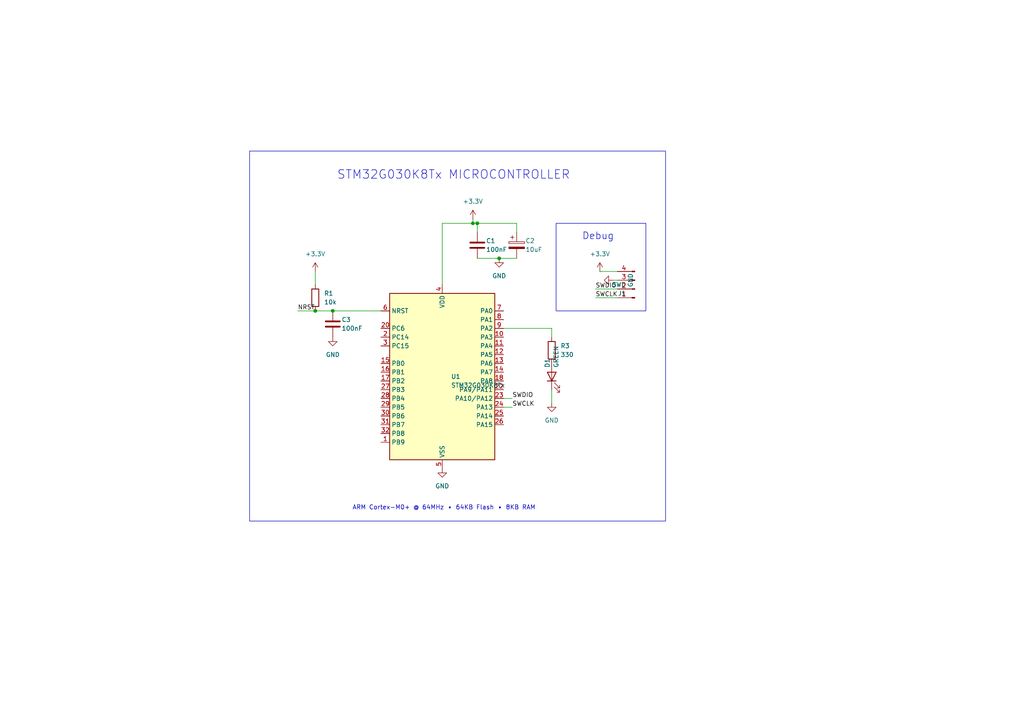
<source format=kicad_sch>
(kicad_sch (version 20250114) (generator "eeschema") (generator_version "9.0")
  (paper "A4")
  (title_block (title "STM32_Microprocessor"))
  (lib_symbols
    (symbol "MCU_ST_STM32G0:STM32G030K8Tx"
      (property "Reference" "U" (at -15.24 26.67 0))
      (property "Value" "STM32G030K8Tx" (at 2.54 26.67 0))
      (symbol "STM32G030K8Tx_0_1"
        (rectangle (start -15.24 -22.86) (end 15.24 25.4) (stroke (width 0.254)) (fill (type background)))
      )
      (symbol "STM32G030K8Tx_1_1"
        (pin input line (at -17.78 20.32 0) (length 2.54) (name "NRST") (number "6"))
        (pin bidirectional line (at -17.78 15.24 0) (length 2.54) (name "PC6") (number "20"))
        (pin bidirectional line (at -17.78 12.7 0) (length 2.54) (name "PC14") (number "2"))
        (pin bidirectional line (at -17.78 10.16 0) (length 2.54) (name "PC15") (number "3"))
        (pin bidirectional line (at -17.78 5.08 0) (length 2.54) (name "PB0") (number "15"))
        (pin bidirectional line (at -17.78 2.54 0) (length 2.54) (name "PB1") (number "16"))
        (pin bidirectional line (at -17.78 0 0) (length 2.54) (name "PB2") (number "17"))
        (pin bidirectional line (at -17.78 -2.54 0) (length 2.54) (name "PB3") (number "27"))
        (pin bidirectional line (at -17.78 -5.08 0) (length 2.54) (name "PB4") (number "28"))
        (pin bidirectional line (at -17.78 -7.62 0) (length 2.54) (name "PB5") (number "29"))
        (pin bidirectional line (at -17.78 -10.16 0) (length 2.54) (name "PB6") (number "30"))
        (pin bidirectional line (at -17.78 -12.7 0) (length 2.54) (name "PB7") (number "31"))
        (pin bidirectional line (at -17.78 -15.24 0) (length 2.54) (name "PB8") (number "32"))
        (pin bidirectional line (at -17.78 -17.78 0) (length 2.54) (name "PB9") (number "1"))
        (pin no_connect line (at -15.24 -20.32 0) (length 2.54) (hide yes) (name "NC/PA10") (number "21"))
        (pin no_connect line (at -15.24 -22.86 0) (length 2.54) (hide yes) (name "NC/PA9") (number "19"))
        (pin power_in line (at 0 27.94 270) (length 2.54) (name "VDD") (number "4"))
        (pin power_in line (at 0 -25.4 90) (length 2.54) (name "VSS") (number "5"))
        (pin bidirectional line (at 17.78 20.32 180) (length 2.54) (name "PA0") (number "7"))
        (pin bidirectional line (at 17.78 17.78 180) (length 2.54) (name "PA1") (number "8"))
        (pin bidirectional line (at 17.78 15.24 180) (length 2.54) (name "PA2") (number "9"))
        (pin bidirectional line (at 17.78 12.7 180) (length 2.54) (name "PA3") (number "10"))
        (pin bidirectional line (at 17.78 10.16 180) (length 2.54) (name "PA4") (number "11"))
        (pin bidirectional line (at 17.78 7.62 180) (length 2.54) (name "PA5") (number "12"))
        (pin bidirectional line (at 17.78 5.08 180) (length 2.54) (name "PA6") (number "13"))
        (pin bidirectional line (at 17.78 2.54 180) (length 2.54) (name "PA7") (number "14"))
        (pin bidirectional line (at 17.78 0 180) (length 2.54) (name "PA8") (number "18"))
        (pin bidirectional line (at 17.78 -2.54 180) (length 2.54) (name "PA9/PA11") (number "22"))
        (pin bidirectional line (at 17.78 -5.08 180) (length 2.54) (name "PA10/PA12") (number "23"))
        (pin bidirectional line (at 17.78 -7.62 180) (length 2.54) (name "PA13") (number "24"))
        (pin bidirectional line (at 17.78 -10.16 180) (length 2.54) (name "PA14") (number "25"))
        (pin bidirectional line (at 17.78 -12.7 180) (length 2.54) (name "PA15") (number "26"))
      )
    )
    (symbol "Device:R" (pin_numbers (hide yes)) (pin_names (offset 0))
      (property "Reference" "R" (at 2.032 0 90))
      (property "Value" "R" (at 0 0 90))
      (symbol "R_0_1"
        (rectangle (start -1.016 -2.54) (end 1.016 2.54) (stroke (width 0.254)))
      )
      (symbol "R_1_1"
        (pin passive line (at 0 3.81 270) (length 1.27) (name "~") (number "1"))
        (pin passive line (at 0 -3.81 90) (length 1.27) (name "~") (number "2"))
      )
    )
    (symbol "Device:LED" (pin_numbers (hide yes)) (pin_names (offset 1.016) (hide yes))
      (property "Reference" "D" (at 0 2.54 0))
      (property "Value" "LED" (at 0 -2.54 0))
      (symbol "LED_0_1"
        (polyline (pts (xy -3.048 -0.762) (xy -4.572 -2.286) (xy -3.81 -2.286) (xy -4.572 -2.286) (xy -4.572 -1.524)))
        (polyline (pts (xy -1.778 -0.762) (xy -3.302 -2.286) (xy -2.54 -2.286) (xy -3.302 -2.286) (xy -3.302 -1.524)))
        (polyline (pts (xy -1.27 0) (xy 1.27 0)))
        (polyline (pts (xy -1.27 -1.27) (xy -1.27 1.27)) (stroke (width 0.254)))
        (polyline (pts (xy 1.27 -1.27) (xy 1.27 1.27) (xy -1.27 0) (xy 1.27 -1.27)) (stroke (width 0.254)))
      )
      (symbol "LED_1_1"
        (pin passive line (at -3.81 0 0) (length 2.54) (name "K") (number "1"))
        (pin passive line (at 3.81 0 180) (length 2.54) (name "A") (number "2"))
      )
    )
    (symbol "Device:C" (pin_numbers (hide yes)) (pin_names (offset 0.254))
      (property "Reference" "C" (at 0.635 2.54 0))
      (property "Value" "C" (at 0.635 -2.54 0))
      (symbol "C_0_1"
        (polyline (pts (xy -2.032 0.762) (xy 2.032 0.762)) (stroke (width 0.508)))
        (polyline (pts (xy -2.032 -0.762) (xy 2.032 -0.762)) (stroke (width 0.508)))
      )
      (symbol "C_1_1"
        (pin passive line (at 0 3.81 270) (length 2.794) (name "~") (number "1"))
        (pin passive line (at 0 -3.81 90) (length 2.794) (name "~") (number "2"))
      )
    )
    (symbol "Device:C_Polarized" (pin_numbers (hide yes)) (pin_names (offset 0.254))
      (property "Reference" "C" (at 0.635 2.54 0))
      (property "Value" "C_Polarized" (at 0.635 -2.54 0))
      (symbol "C_Polarized_0_1"
        (rectangle (start -2.286 0.508) (end 2.286 1.016))
        (polyline (pts (xy -1.778 2.286) (xy -0.762 2.286)))
        (polyline (pts (xy -1.27 2.794) (xy -1.27 1.778)))
        (rectangle (start 2.286 -0.508) (end -2.286 -1.016) (fill (type outline)))
      )
      (symbol "C_Polarized_1_1"
        (pin passive line (at 0 3.81 270) (length 2.794) (name "~") (number "1"))
        (pin passive line (at 0 -3.81 90) (length 2.794) (name "~") (number "2"))
      )
    )
    (symbol "Connector:Conn_01x04_Pin" (pin_names (offset 1.016) (hide yes))
      (property "Reference" "J" (at 0 5.08 0))
      (property "Value" "Conn_01x04_Pin" (at 0 -7.62 0))
      (symbol "Conn_01x04_Pin_1_1"
        (rectangle (start 0.8636 2.667) (end 0 2.413) (stroke (width 0.1524)) (fill (type outline)))
        (rectangle (start 0.8636 0.127) (end 0 -0.127) (stroke (width 0.1524)) (fill (type outline)))
        (rectangle (start 0.8636 -2.413) (end 0 -2.667) (stroke (width 0.1524)) (fill (type outline)))
        (rectangle (start 0.8636 -4.953) (end 0 -5.207) (stroke (width 0.1524)) (fill (type outline)))
        (polyline (pts (xy 1.27 2.54) (xy 0.8636 2.54)) (stroke (width 0.1524)))
        (polyline (pts (xy 1.27 0) (xy 0.8636 0)) (stroke (width 0.1524)))
        (polyline (pts (xy 1.27 -2.54) (xy 0.8636 -2.54)) (stroke (width 0.1524)))
        (polyline (pts (xy 1.27 -5.08) (xy 0.8636 -5.08)) (stroke (width 0.1524)))
        (pin passive line (at 5.08 2.54 180) (length 3.81) (name "Pin_1") (number "1"))
        (pin passive line (at 5.08 0 180) (length 3.81) (name "Pin_2") (number "2"))
        (pin passive line (at 5.08 -2.54 180) (length 3.81) (name "Pin_3") (number "3"))
        (pin passive line (at 5.08 -5.08 180) (length 3.81) (name "Pin_4") (number "4"))
      )
    )
    (symbol "power:+3.3V" (power) (pin_numbers (hide yes)) (pin_names (offset 0) (hide yes))
      (property "Value" "+3.3V" (at 0 3.556 0))
      (symbol "+3.3V_0_1"
        (polyline (pts (xy -0.762 1.27) (xy 0 2.54)))
        (polyline (pts (xy 0 2.54) (xy 0.762 1.27)))
        (polyline (pts (xy 0 0) (xy 0 2.54)))
      )
      (symbol "+3.3V_1_1"
        (pin power_in line (at 0 0 90) (length 0) (name "~") (number "1"))
      )
    )
    (symbol "power:GND" (power) (pin_numbers (hide yes)) (pin_names (offset 0) (hide yes))
      (property "Value" "GND" (at 0 -3.81 0))
      (symbol "GND_0_1"
        (polyline (pts (xy 0 0) (xy 0 -1.27) (xy 1.27 -1.27) (xy 0 -2.54) (xy -1.27 -1.27) (xy 0 -1.27)))
      )
      (symbol "GND_1_1"
        (pin power_in line (at 0 0 270) (length 0) (name "~") (number "1"))
      )
    )
  )
  (symbol (lib_id "MCU_ST_STM32G0:STM32G030K8Tx") (at 128.27 110.49 0) (unit 1)
    (property "Reference" "U1" (at 130.81 109.2199 0) (effects (justify left)))
    (property "Value" "STM32G030K8Tx" (at 130.81 111.7599 0) (effects (justify left)))
  )
  (symbol (lib_id "Device:R") (at 91.44 86.36 0) (unit 1)
    (property "Reference" "R1" (at 93.98 85.0899 0) (effects (justify left)))
    (property "Value" "10k" (at 93.98 87.6299 0) (effects (justify left)))
  )
  (symbol (lib_id "Device:R") (at 160.02 101.6 0) (unit 1)
    (property "Reference" "R3" (at 162.56 100.3299 0) (effects (justify left)))
    (property "Value" "330" (at 162.56 102.8699 0) (effects (justify left)))
  )
  (symbol (lib_id "Device:LED") (at 160.02 109.22 90) (unit 1)
    (property "Reference" "D1" (at 158.7499 106.68 0) (effects (justify left)))
    (property "Value" "GREEN" (at 161.2899 106.68 0) (effects (justify left)))
  )
  (symbol (lib_id "Device:C") (at 138.43 71.12 0) (unit 1)
    (property "Reference" "C1" (at 140.97 69.8499 0) (effects (justify left)))
    (property "Value" "100nF" (at 140.97 72.3899 0) (effects (justify left)))
  )
  (symbol (lib_id "Device:C_Polarized") (at 149.86 71.12 0) (unit 1)
    (property "Reference" "C2" (at 152.4 69.8499 0) (effects (justify left)))
    (property "Value" "10uF" (at 152.4 72.3899 0) (effects (justify left)))
  )
  (symbol (lib_id "Device:C") (at 96.52 93.98 0) (unit 1)
    (property "Reference" "C3" (at 99.06 92.7099 0) (effects (justify left)))
    (property "Value" "100nF" (at 99.06 95.2499 0) (effects (justify left)))
  )
  (symbol (lib_id "Connector:Conn_01x04_Pin") (at 184.15 83.82 180) (unit 1)
    (property "Reference" "J1" (at 181.61 85.0901 0) (effects (justify left)))
    (property "Value" "SWD" (at 181.61 82.5501 0) (effects (justify left)))
  )
  (symbol (lib_id "power:+3.3V") (at 137.16 63.5 0) (unit 1)
    (property "Reference" "#PWR01" (effects (hide yes)))
    (property "Value" "+3.3V" (at 137.16 58.42 0))
  )
  (symbol (lib_id "power:+3.3V") (at 173.99 78.74 0) (unit 1)
    (property "Reference" "#PWR02" (effects (hide yes)))
    (property "Value" "+3.3V" (at 173.99 73.66 0))
  )
  (symbol (lib_id "power:+3.3V") (at 91.44 78.74 0) (unit 1)
    (property "Reference" "#PWR03" (effects (hide yes)))
    (property "Value" "+3.3V" (at 91.44 73.66 0))
  )
  (symbol (lib_id "power:GND") (at 160.02 116.84 0) (unit 1)
    (property "Reference" "#PWR05" (effects (hide yes)))
    (property "Value" "GND" (at 160.02 121.92 0))
  )
  (symbol (lib_id "power:GND") (at 144.78 74.93 0) (unit 1)
    (property "Reference" "#PWR06" (effects (hide yes)))
    (property "Value" "GND" (at 144.78 80.01 0))
  )
  (symbol (lib_id "power:GND") (at 128.27 135.89 0) (unit 1)
    (property "Reference" "#PWR07" (effects (hide yes)))
    (property "Value" "GND" (at 128.27 140.97 0))
  )
  (symbol (lib_id "power:GND") (at 96.52 97.79 0) (unit 1)
    (property "Reference" "#PWR08" (effects (hide yes)))
    (property "Value" "GND" (at 96.52 102.87 0))
  )
  (symbol (lib_id "power:GND") (at 177.8 81.28 270) (unit 1)
    (property "Reference" "#PWR09" (effects (hide yes)))
    (property "Value" "GND" (at 182.88 81.28 0))
  )
  (wire (pts (xy 138.43 74.93) (xy 144.78 74.93)))
  (wire (pts (xy 91.44 90.17) (xy 96.52 90.17)))
  (wire (pts (xy 128.27 64.77) (xy 137.16 64.77)))
  (wire (pts (xy 137.16 64.77) (xy 138.43 64.77)))
  (wire (pts (xy 148.59 115.57) (xy 146.05 115.57)))
  (wire (pts (xy 173.99 78.74) (xy 179.07 78.74)))
  (wire (pts (xy 128.27 64.77) (xy 128.27 82.55)))
  (wire (pts (xy 138.43 64.77) (xy 149.86 64.77)))
  (wire (pts (xy 160.02 95.25) (xy 160.02 97.79)))
  (wire (pts (xy 149.86 64.77) (xy 149.86 67.31)))
  (wire (pts (xy 137.16 63.5) (xy 137.16 64.77)))
  (wire (pts (xy 86.36 90.17) (xy 91.44 90.17)))
  (wire (pts (xy 160.02 113.03) (xy 160.02 116.84)))
  (wire (pts (xy 144.78 74.93) (xy 149.86 74.93)))
  (wire (pts (xy 172.72 86.36) (xy 179.07 86.36)))
  (wire (pts (xy 91.44 82.55) (xy 91.44 78.74)))
  (wire (pts (xy 146.05 95.25) (xy 160.02 95.25)))
  (wire (pts (xy 96.52 90.17) (xy 110.49 90.17)))
  (wire (pts (xy 138.43 64.77) (xy 138.43 67.31)))
  (wire (pts (xy 177.8 81.28) (xy 179.07 81.28)))
  (wire (pts (xy 148.59 118.11) (xy 146.05 118.11)))
  (wire (pts (xy 172.72 83.82) (xy 179.07 83.82)))
  (junction (at 144.78 74.93))
  (junction (at 137.16 64.77))
  (junction (at 138.43 64.77))
  (junction (at 91.44 90.17))
  (junction (at 96.52 90.17))
  (label "NRST" (at 86.36 90.17 180))
  (label "SWDIO" (at 148.59 115.57 0))
  (label "SWCLK" (at 148.59 118.11 0))
  (label "SWDIO" (at 172.72 83.82 180))
  (label "SWCLK" (at 172.72 86.36 180))
  (rectangle (start 72.39 43.815) (end 193.04 151.13))
  (rectangle (start 161.29 64.77) (end 187.325 90.17))
  (text "STM32G030K8Tx MICROCONTROLLER" (at 131.572 50.8 0.0000) (effects (font (size 2.5 2.5))))
  (text "ARM Cortex-M0+ @ 64MHz • 64KB Flash • 8KB RAM" (at 128.778 147.32 0.0000) (effects (font (size 1.27 1.27))))
  (text "Debug" (at 173.482 68.58 0.0000) (effects (font (size 2 2))))
)
</source>
